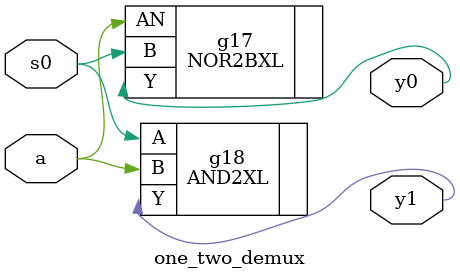
<source format=v>


// Verification Directory fv/one_two_demux 

module one_two_demux(y0, y1, a, s0);
  input a, s0;
  output y0, y1;
  wire a, s0;
  wire y0, y1;
  NOR2BXL g17(.AN (a), .B (s0), .Y (y0));
  AND2XL g18(.A (s0), .B (a), .Y (y1));
endmodule


</source>
